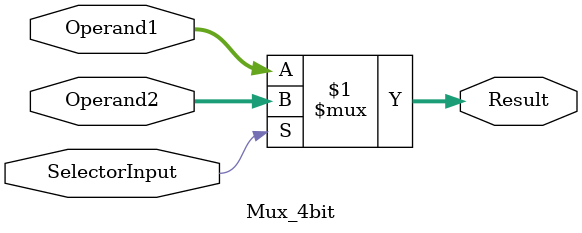
<source format=v>
`timescale 1ns / 1ps
module Mux_4bit(
    input SelectorInput,
	 input [3:0] Operand1,
    input [3:0] Operand2,
    output [3:0] Result
    );

assign Result = SelectorInput ? Operand2 : Operand1; 

endmodule


</source>
